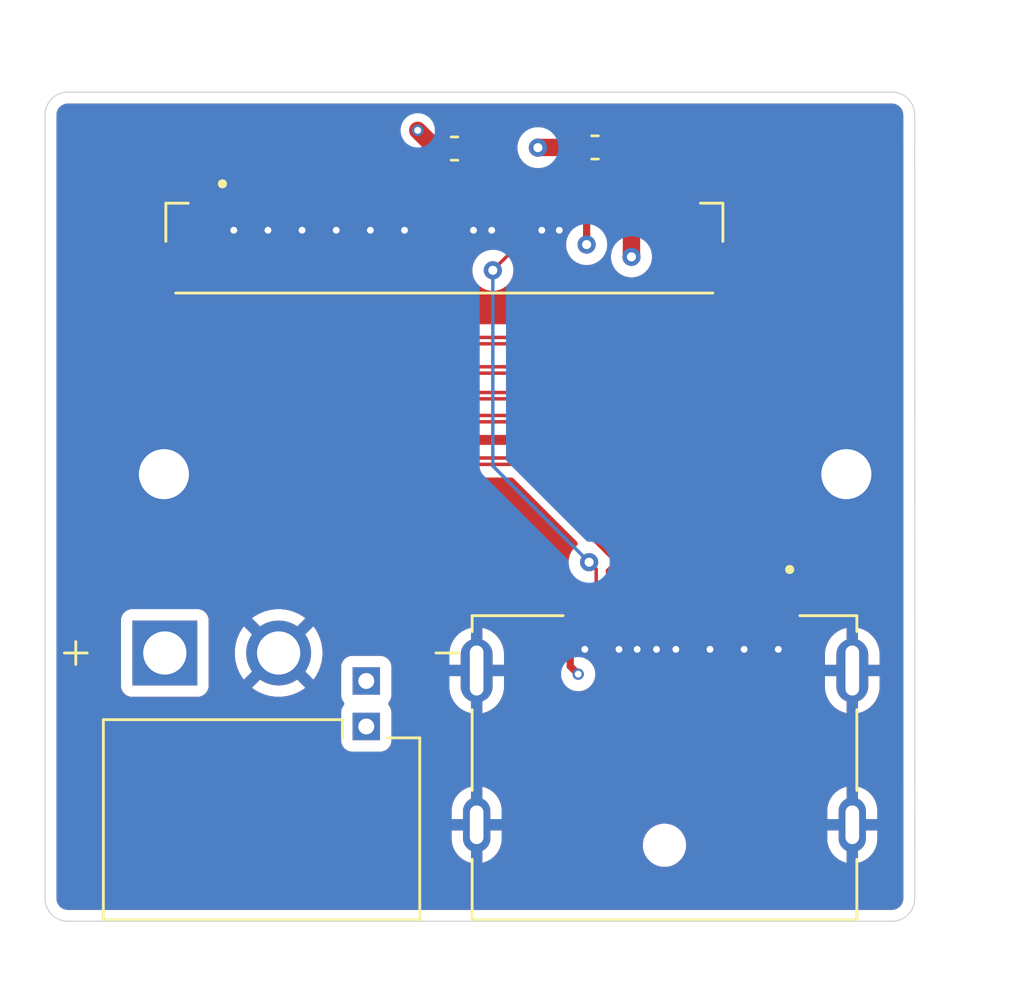
<source format=kicad_pcb>
(kicad_pcb (version 20241229) (generator "pcbnew") (generator_version "9.0")
  (layers (0 "F.Cu" signal) (4 "In1.Cu" power) (6 "In2.Cu" power) (2 "B.Cu" signal) (13 "F.Paste" user) (15 "B.Paste" user) (5 "F.SilkS" user "F.Silkscreen") (7 "B.SilkS" user "B.Silkscreen") (1 "F.Mask" user) (3 "B.Mask" user) (25 "Edge.Cuts" user))
  (net 0 "")
  (net 1 "+3.3V")
  (net 2 "GND")
  (net 3 "1_EDP_TX_P")
  (net 4 "1_EDP_TX_N")
  (net 5 "0_EDP_TX_P")
  (net 6 "0_EDP_TX_N")
  (net 7 "AUX_P")
  (net 8 "2_EDP_TX_N")
  (net 9 "2_EDP_TX_P")
  (net 10 "3_EDP_TX_N")
  (net 11 "3_EDP_TX_P")
  (net 12 "AUX_N")
  (net 13 "+5V")
  (net 14 "BLK_OFF_N")
  (net 15 "BLK_PWM_LCD")
  (net 16 "EDP_HPD")
  (footprint "SnapEDA:IPEX_20455-040E-76" (layer "F.Cu") (at 169.55 96.93)
    (property "Reference" "J3" (hide yes))
    (property "Value" "20455-040E-76")
    (fp_line (start -12.235 -2.05) (end -12.235 -0.37) (stroke (width 0.127)) (layer "F.SilkS"))
    (fp_line (start -12.235 -2.05) (end -11.25 -2.05) (stroke (width 0.127)) (layer "F.SilkS"))
    (fp_line (start -11.8 1.9) (end 11.8 1.9) (stroke (width 0.127)) (layer "F.SilkS"))
    (fp_line (start 11.25 -2.05) (end 12.235 -2.05) (stroke (width 0.127)) (layer "F.SilkS"))
    (fp_line (start 12.235 -2.05) (end 12.235 -0.37) (stroke (width 0.127)) (layer "F.SilkS"))
    (fp_circle (center -9.75 -2.9) (end -9.65 -2.9) (stroke (width 0.2)) (fill no) (layer "F.SilkS"))
    (pad "1" smd rect (at -9.75 -1.92) (size 0.25 0.9) (layers "F.Cu" "F.Mask" "F.Paste"))
    (pad "2" smd rect (at -9.25 -1.92) (size 0.25 0.9) (layers "F.Cu" "F.Mask" "F.Paste") (net 2 "GND"))
    (pad "3" smd rect (at -8.75 -1.92) (size 0.25 0.9) (layers "F.Cu" "F.Mask" "F.Paste") (net 10 "3_EDP_TX_N"))
    (pad "4" smd rect (at -8.25 -1.92) (size 0.25 0.9) (layers "F.Cu" "F.Mask" "F.Paste") (net 11 "3_EDP_TX_P"))
    (pad "5" smd rect (at -7.75 -1.92) (size 0.25 0.9) (layers "F.Cu" "F.Mask" "F.Paste") (net 2 "GND"))
    (pad "6" smd rect (at -7.25 -1.92) (size 0.25 0.9) (layers "F.Cu" "F.Mask" "F.Paste") (net 8 "2_EDP_TX_N"))
    (pad "7" smd rect (at -6.75 -1.92) (size 0.25 0.9) (layers "F.Cu" "F.Mask" "F.Paste") (net 9 "2_EDP_TX_P"))
    (pad "8" smd rect (at -6.25 -1.92) (size 0.25 0.9) (layers "F.Cu" "F.Mask" "F.Paste") (net 2 "GND"))
    (pad "9" smd rect (at -5.75 -1.92) (size 0.25 0.9) (layers "F.Cu" "F.Mask" "F.Paste") (net 4 "1_EDP_TX_N"))
    (pad "10" smd rect (at -5.25 -1.92) (size 0.25 0.9) (layers "F.Cu" "F.Mask" "F.Paste") (net 3 "1_EDP_TX_P"))
    (pad "11" smd rect (at -4.75 -1.92) (size 0.25 0.9) (layers "F.Cu" "F.Mask" "F.Paste") (net 2 "GND"))
    (pad "12" smd rect (at -4.25 -1.92) (size 0.25 0.9) (layers "F.Cu" "F.Mask" "F.Paste") (net 6 "0_EDP_TX_N"))
    (pad "13" smd rect (at -3.75 -1.92) (size 0.25 0.9) (layers "F.Cu" "F.Mask" "F.Paste") (net 5 "0_EDP_TX_P"))
    (pad "14" smd rect (at -3.25 -1.92) (size 0.25 0.9) (layers "F.Cu" "F.Mask" "F.Paste") (net 2 "GND"))
    (pad "15" smd rect (at -2.75 -1.92) (size 0.25 0.9) (layers "F.Cu" "F.Mask" "F.Paste") (net 7 "AUX_P"))
    (pad "16" smd rect (at -2.25 -1.92) (size 0.25 0.9) (layers "F.Cu" "F.Mask" "F.Paste") (net 12 "AUX_N"))
    (pad "17" smd rect (at -1.75 -1.92) (size 0.25 0.9) (layers "F.Cu" "F.Mask" "F.Paste") (net 2 "GND"))
    (pad "18" smd rect (at -1.25 -1.92) (size 0.25 0.9) (layers "F.Cu" "F.Mask" "F.Paste") (net 1 "+3.3V"))
    (pad "19" smd rect (at -0.75 -1.92) (size 0.25 0.9) (layers "F.Cu" "F.Mask" "F.Paste") (net 1 "+3.3V"))
    (pad "20" smd rect (at -0.25 -1.92) (size 0.25 0.9) (layers "F.Cu" "F.Mask" "F.Paste") (net 1 "+3.3V"))
    (pad "21" smd rect (at 0.25 -1.92) (size 0.25 0.9) (layers "F.Cu" "F.Mask" "F.Paste") (net 1 "+3.3V"))
    (pad "22" smd rect (at 0.75 -1.92) (size 0.25 0.9) (layers "F.Cu" "F.Mask" "F.Paste"))
    (pad "23" smd rect (at 1.25 -1.92) (size 0.25 0.9) (layers "F.Cu" "F.Mask" "F.Paste") (net 2 "GND"))
    (pad "24" smd rect (at 1.75 -1.92) (size 0.25 0.9) (layers "F.Cu" "F.Mask" "F.Paste") (net 2 "GND"))
    (pad "25" smd rect (at 2.25 -1.92) (size 0.25 0.9) (layers "F.Cu" "F.Mask" "F.Paste") (net 2 "GND"))
    (pad "26" smd rect (at 2.75 -1.92) (size 0.25 0.9) (layers "F.Cu" "F.Mask" "F.Paste") (net 2 "GND"))
    (pad "27" smd rect (at 3.25 -1.92) (size 0.25 0.9) (layers "F.Cu" "F.Mask" "F.Paste") (net 16 "EDP_HPD"))
    (pad "28" smd rect (at 3.75 -1.92) (size 0.25 0.9) (layers "F.Cu" "F.Mask" "F.Paste") (net 2 "GND"))
    (pad "29" smd rect (at 4.25 -1.92) (size 0.25 0.9) (layers "F.Cu" "F.Mask" "F.Paste") (net 2 "GND"))
    (pad "30" smd rect (at 4.75 -1.92) (size 0.25 0.9) (layers "F.Cu" "F.Mask" "F.Paste") (net 2 "GND"))
    (pad "31" smd rect (at 5.25 -1.92) (size 0.25 0.9) (layers "F.Cu" "F.Mask" "F.Paste") (net 2 "GND"))
    (pad "32" smd rect (at 5.75 -1.92) (size 0.25 0.9) (layers "F.Cu" "F.Mask" "F.Paste") (net 14 "BLK_OFF_N"))
    (pad "33" smd rect (at 6.25 -1.92) (size 0.25 0.9) (layers "F.Cu" "F.Mask" "F.Paste") (net 15 "BLK_PWM_LCD"))
    (pad "34" smd rect (at 6.75 -1.92) (size 0.25 0.9) (layers "F.Cu" "F.Mask" "F.Paste"))
    (pad "35" smd rect (at 7.25 -1.92) (size 0.25 0.9) (layers "F.Cu" "F.Mask" "F.Paste"))
    (pad "36" smd rect (at 7.75 -1.92) (size 0.25 0.9) (layers "F.Cu" "F.Mask" "F.Paste") (net 13 "+5V"))
    (pad "37" smd rect (at 8.25 -1.92) (size 0.25 0.9) (layers "F.Cu" "F.Mask" "F.Paste") (net 13 "+5V"))
    (pad "38" smd rect (at 8.75 -1.92) (size 0.25 0.9) (layers "F.Cu" "F.Mask" "F.Paste") (net 13 "+5V"))
    (pad "39" smd rect (at 9.25 -1.92) (size 0.25 0.9) (layers "F.Cu" "F.Mask" "F.Paste") (net 13 "+5V"))
    (pad "40" smd rect (at 9.75 -1.92) (size 0.25 0.9) (layers "F.Cu" "F.Mask" "F.Paste"))
    (pad "S1" smd rect (at -10.65 -1.92) (size 0.55 0.9) (layers "F.Cu" "F.Mask" "F.Paste") (net 2 "GND"))
    (pad "S2" smd rect (at -12.85 0.9) (size 1.4 1.9) (layers "F.Cu" "F.Mask" "F.Paste") (net 2 "GND"))
    (pad "S3" smd rect (at 10.65 -1.92) (size 0.55 0.9) (layers "F.Cu" "F.Mask" "F.Paste") (net 2 "GND"))
    (pad "S4" smd rect (at 12.85 0.9) (size 1.4 1.9) (layers "F.Cu" "F.Mask" "F.Paste") (net 2 "GND"))
  )
  (footprint "SnapEDA:MOLEX_47272-0001" (layer "F.Cu") (at 179.22 126.38)
    (property "Reference" "J1" (hide yes))
    (property "Value" "47272-0001")
    (fp_line (start -8.45 -13.37) (end -8.45 -12.67) (stroke (width 0.127)) (layer "F.SilkS"))
    (fp_line (start -8.45 -9.24) (end -8.45 -5.69) (stroke (width 0.127)) (layer "F.SilkS"))
    (fp_line (start -8.45 -2.66) (end -8.45 0) (stroke (width 0.127)) (layer "F.SilkS"))
    (fp_line (start -8.45 0) (end 8.45 0) (stroke (width 0.127)) (layer "F.SilkS"))
    (fp_line (start -4.45 -13.37) (end -8.45 -13.37) (stroke (width 0.127)) (layer "F.SilkS"))
    (fp_line (start 8.45 -13.37) (end 5.95 -13.37) (stroke (width 0.127)) (layer "F.SilkS"))
    (fp_line (start 8.45 -13.37) (end 8.45 -12.67) (stroke (width 0.127)) (layer "F.SilkS"))
    (fp_line (start 8.45 -9.24) (end 8.45 -5.69) (stroke (width 0.127)) (layer "F.SilkS"))
    (fp_line (start 8.45 -2.66) (end 8.45 0) (stroke (width 0.127)) (layer "F.SilkS"))
    (fp_circle (center 5.5 -15.4) (end 5.6 -15.4) (stroke (width 0.2)) (fill no) (layer "F.SilkS"))
    (pad "" np_thru_hole circle (at 0 -3.28) (size 1.4 1.4) (drill 1.4) (layers "*.Cu" "*.Mask"))
    (pad "1" smd rect (at 5.5 -13.56) (size 0.28 2.4) (layers "F.Cu" "F.Mask" "F.Paste") (net 5 "0_EDP_TX_P"))
    (pad "2" smd rect (at 5 -13.56) (size 0.28 2.4) (layers "F.Cu" "F.Mask" "F.Paste") (net 2 "GND"))
    (pad "3" smd rect (at 4.5 -13.56) (size 0.28 2.4) (layers "F.Cu" "F.Mask" "F.Paste") (net 6 "0_EDP_TX_N"))
    (pad "4" smd rect (at 4 -13.56) (size 0.28 2.4) (layers "F.Cu" "F.Mask" "F.Paste") (net 3 "1_EDP_TX_P"))
    (pad "5" smd rect (at 3.5 -13.56) (size 0.28 2.4) (layers "F.Cu" "F.Mask" "F.Paste") (net 2 "GND"))
    (pad "6" smd rect (at 3 -13.56) (size 0.28 2.4) (layers "F.Cu" "F.Mask" "F.Paste") (net 4 "1_EDP_TX_N"))
    (pad "7" smd rect (at 2.5 -13.56) (size 0.28 2.4) (layers "F.Cu" "F.Mask" "F.Paste") (net 9 "2_EDP_TX_P"))
    (pad "8" smd rect (at 2 -13.56) (size 0.28 2.4) (layers "F.Cu" "F.Mask" "F.Paste") (net 2 "GND"))
    (pad "9" smd rect (at 1.5 -13.56) (size 0.28 2.4) (layers "F.Cu" "F.Mask" "F.Paste") (net 8 "2_EDP_TX_N"))
    (pad "10" smd rect (at 1 -13.56) (size 0.28 2.4) (layers "F.Cu" "F.Mask" "F.Paste") (net 11 "3_EDP_TX_P"))
    (pad "11" smd rect (at 0.5 -13.56) (size 0.28 2.4) (layers "F.Cu" "F.Mask" "F.Paste") (net 2 "GND"))
    (pad "12" smd rect (at 0 -13.56) (size 0.28 2.4) (layers "F.Cu" "F.Mask" "F.Paste") (net 10 "3_EDP_TX_N"))
    (pad "13" smd rect (at -0.5 -13.56) (size 0.28 2.4) (layers "F.Cu" "F.Mask" "F.Paste") (net 2 "GND"))
    (pad "14" smd rect (at -1 -13.56) (size 0.28 2.4) (layers "F.Cu" "F.Mask" "F.Paste") (net 2 "GND"))
    (pad "15" smd rect (at -1.5 -13.56) (size 0.28 2.4) (layers "F.Cu" "F.Mask" "F.Paste") (net 7 "AUX_P"))
    (pad "16" smd rect (at -2 -13.56) (size 0.28 2.4) (layers "F.Cu" "F.Mask" "F.Paste") (net 2 "GND"))
    (pad "17" smd rect (at -2.5 -13.56) (size 0.28 2.4) (layers "F.Cu" "F.Mask" "F.Paste") (net 12 "AUX_N"))
    (pad "18" smd rect (at -3 -13.56) (size 0.28 2.4) (layers "F.Cu" "F.Mask" "F.Paste") (net 16 "EDP_HPD"))
    (pad "19" smd rect (at -3.5 -13.56) (size 0.28 2.4) (layers "F.Cu" "F.Mask" "F.Paste") (net 2 "GND"))
    (pad "20" smd rect (at -4 -13.56) (size 0.28 2.4) (layers "F.Cu" "F.Mask" "F.Paste") (net 1 "+3.3V"))
    (pad "S1" thru_hole oval (at -8.25 -10.96) (size 1.4 2.8) (drill oval 0.6 2.2) (layers "*.Cu" "*.Mask") (net 2 "GND"))
    (pad "S2" thru_hole oval (at 8.25 -10.96) (size 1.4 2.8) (drill oval 0.6 2.2) (layers "*.Cu" "*.Mask") (net 2 "GND"))
    (pad "S3" thru_hole oval (at -8.25 -4.18) (size 1.2 2.4) (drill oval 0.6 1.7) (layers "*.Cu" "*.Mask") (net 2 "GND"))
    (pad "S4" thru_hole oval (at 8.25 -4.18) (size 1.2 2.4) (drill oval 0.6 1.7) (layers "*.Cu" "*.Mask") (net 2 "GND"))
  )
  (footprint "Capacitor_SMD:C_0603_1608Metric_Pad1.08x0.95mm_HandSolder" (layer "F.Cu") (at 169.9975 92.48)
    (property "Reference" "C1" (hide yes))
    (property "Value" "1uF")
    (fp_line (start -0.146267 -0.51) (end 0.146267 -0.51) (stroke (width 0.12)) (layer "F.SilkS"))
    (fp_line (start -0.146267 0.51) (end 0.146267 0.51) (stroke (width 0.12)) (layer "F.SilkS"))
    (pad "1" smd roundrect (at -0.8625 0) (size 1.075 0.95) (layers "F.Cu" "F.Mask" "F.Paste") (net 1 "+3.3V"))
    (pad "2" smd roundrect (at 0.8625 0) (size 1.075 0.95) (layers "F.Cu" "F.Mask" "F.Paste") (net 2 "GND"))
  )
  (footprint "Capacitor_SMD:C_0603_1608Metric_Pad1.08x0.95mm_HandSolder" (layer "F.Cu") (at 176.17 92.43 180)
    (property "Reference" "C2" (hide yes))
    (property "Value" "1uF")
    (fp_line (start -0.146267 0.51) (end 0.146267 0.51) (stroke (width 0.12)) (layer "F.SilkS"))
    (fp_line (start -0.146267 -0.51) (end 0.146267 -0.51) (stroke (width 0.12)) (layer "F.SilkS"))
    (pad "1" smd roundrect (at -0.8625 0 180) (size 1.075 0.95) (layers "F.Cu" "F.Mask" "F.Paste") (net 2 "GND"))
    (pad "2" smd roundrect (at 0.8625 0 180) (size 1.075 0.95) (layers "F.Cu" "F.Mask" "F.Paste") (net 14 "BLK_OFF_N"))
  )
  (footprint "SnapEDA:AMASS_XT30PW_2_2_-M.G.B" (layer "F.Cu") (at 161.52 121.98)
    (property "Reference" "J2" (hide yes))
    (property "Value" "XT30PW_2_2_-M.G.B")
    (fp_line (start -8.66 -7.33) (end -7.66 -7.33) (stroke (width 0.127)) (layer "F.SilkS"))
    (fp_line (start -8.16 -7.83) (end -8.16 -6.83) (stroke (width 0.127)) (layer "F.SilkS"))
    (fp_line (start -6.95 -4.4) (end 3.55 -4.4) (stroke (width 0.127)) (layer "F.SilkS"))
    (fp_line (start -6.95 4.4) (end -6.95 -4.4) (stroke (width 0.127)) (layer "F.SilkS"))
    (fp_line (start 3.55 -3.6) (end 3.55 -4.4) (stroke (width 0.127)) (layer "F.SilkS"))
    (fp_line (start 6.95 -3.6) (end 5.524 -3.6) (stroke (width 0.127)) (layer "F.SilkS"))
    (fp_line (start 6.95 -3.6) (end 6.95 4.4) (stroke (width 0.127)) (layer "F.SilkS"))
    (fp_line (start 6.95 4.4) (end -6.95 4.4) (stroke (width 0.127)) (layer "F.SilkS"))
    (fp_line (start 7.66 -7.33) (end 8.66 -7.33) (stroke (width 0.127)) (layer "F.SilkS"))
    (pad "N" thru_hole circle (at 0.75 -7.33) (size 2.85 2.85) (drill 1.9) (layers "*.Cu" "*.Mask") (net 2 "GND"))
    (pad "P" thru_hole rect (at -4.25 -7.33) (size 2.85 2.85) (drill 1.9) (layers "*.Cu" "*.Mask") (net 13 "+5V"))
    (pad "S1" thru_hole rect (at 4.6 -4.1) (size 1.208 1.208) (drill oval 0.7) (layers "*.Cu" "*.Mask") (net 14 "BLK_OFF_N"))
    (pad "S2" thru_hole rect (at 4.6 -6.1) (size 1.208 1.208) (drill oval 0.7) (layers "*.Cu" "*.Mask") (net 15 "BLK_PWM_LCD"))
  )
  (footprint "MountingHole:MountingHole_2.2mm_M2_DIN965_Pad_TopBottom" (layer "F.Cu") (at 157.23 106.79)
    (property "Reference" "H1" (hide yes))
    (property "Value" "MountingHole_Pad")
    (pad "1" thru_hole circle (at 0 0) (size 2.6 2.6) (drill 2.2) (layers "*.Cu" "*.Mask") (net 2 "GND"))
    (pad "1" connect circle (at 0 0) (size 3.8 3.8) (layers "F.Cu" "F.Mask") (net 2 "GND"))
    (pad "1" connect circle (at 0 0) (size 3.8 3.8) (layers "B.Cu" "B.Mask") (net 2 "GND"))
  )
  (footprint "MountingHole:MountingHole_2.2mm_M2_DIN965_Pad_TopBottom" (layer "F.Cu") (at 187.21 106.79)
    (property "Reference" "H2" (hide yes))
    (property "Value" "MountingHole_Pad")
    (pad "1" thru_hole circle (at 0 0) (size 2.6 2.6) (drill 2.2) (layers "*.Cu" "*.Mask") (net 2 "GND"))
    (pad "1" connect circle (at 0 0) (size 3.8 3.8) (layers "F.Cu" "F.Mask") (net 2 "GND"))
    (pad "1" connect circle (at 0 0) (size 3.8 3.8) (layers "B.Cu" "B.Mask") (net 2 "GND"))
  )
  (gr_line (start 189.212483 126.440549) (end 153.01 126.440549) (stroke (width 0.05)) (layer "Edge.Cuts"))
  (gr_arc (start 190.212483 125.440479) (mid 189.919596 126.147593) (end 189.212483 126.440549) (stroke (width 0.05)) (layer "Edge.Cuts"))
  (gr_arc (start 153.01 126.440549) (mid 152.302893 126.147656) (end 152.01 125.440549) (stroke (width 0.05)) (layer "Edge.Cuts"))
  (gr_arc (start 152.01 91) (mid 152.302893 90.292893) (end 153.01 90) (stroke (width 0.05)) (layer "Edge.Cuts"))
  (gr_line (start 190.212483 125.440479) (end 190.21007 90.99993) (stroke (width 0.05)) (layer "Edge.Cuts"))
  (gr_line (start 152.01 91) (end 152.01 125.440549) (stroke (width 0.05)) (layer "Edge.Cuts"))
  (gr_arc (start 189.21007 90) (mid 189.917152 90.292868) (end 190.21007 90.99993) (stroke (width 0.05)) (layer "Edge.Cuts"))
  (gr_line (start 189.21007 90) (end 153.01 90) (stroke (width 0.05)) (layer "Edge.Cuts"))
  (segment (start 168.3 95.01) (end 169.8 95.01) (width 0.381) (layer "F.Cu") (net 1))
  (segment (start 175.08025 115.23025) (end 175.43 115.58) (width 0.3175) (layer "F.Cu") (net 1))
  (segment (start 169.135 94.845) (end 169.3 95.01) (width 0.762) (layer "F.Cu") (net 1))
  (segment (start 169.135 92.435) (end 168.38 91.68) (width 0.762) (layer "F.Cu") (net 1))
  (segment (start 169.135 92.48) (end 169.135 92.435) (width 0.762) (layer "F.Cu") (net 1))
  (segment (start 175.08025 112.95975) (end 175.08025 115.23025) (width 0.3175) (layer "F.Cu") (net 1))
  (segment (start 169.135 92.48) (end 169.135 94.845) (width 0.762) (layer "F.Cu") (net 1))
  (segment (start 175.22 112.82) (end 175.08025 112.95975) (width 0.3175) (layer "F.Cu") (net 1))
  (via (at 168.38 91.68) (size 0.5) (drill 0.3) (layers "F.Cu" "B.Cu") (net 1))
  (via (at 175.43 115.58) (size 0.5) (drill 0.3) (layers "F.Cu" "B.Cu") (net 1))
  (segment (start 172.3 95.01) (end 172.3 95.4) (width 0.3175) (layer "F.Cu") (net 2))
  (segment (start 181.22 112.82) (end 181.22 114.49) (width 0.3175) (layer "F.Cu") (net 2))
  (segment (start 178.72 112.82) (end 178.72 114.34) (width 0.3175) (layer "F.Cu") (net 2))
  (segment (start 166.3 95.01) (end 166.3 96.07) (width 0.3175) (layer "F.Cu") (net 2))
  (segment (start 160.3 95.01) (end 160.3 96.07) (width 0.3175) (layer "F.Cu") (net 2))
  (segment (start 164.8 95.01) (end 164.8 96.07) (width 0.3175) (layer "F.Cu") (net 2))
  (segment (start 184.22 112.82) (end 184.22 114.49) (width 0.3175) (layer "F.Cu") (net 2))
  (segment (start 178.72 114.34) (end 178.87 114.49) (width 0.3175) (layer "F.Cu") (net 2))
  (segment (start 175.72 112.82) (end 175.72 114.49) (width 0.3175) (layer "F.Cu") (net 2))
  (segment (start 179.72 114.485) (end 179.73 114.495) (width 0.3175) (layer "F.Cu") (net 2))
  (segment (start 172.3 95.4) (end 171.63 96.07) (width 0.3175) (layer "F.Cu") (net 2))
  (segment (start 167.8 95.01) (end 167.8 96.07) (width 0.3175) (layer "F.Cu") (net 2))
  (segment (start 163.3 95.01) (end 163.3 96.07) (width 0.3175) (layer "F.Cu") (net 2))
  (segment (start 178.22 112.82) (end 178.22 114.29) (width 0.3175) (layer "F.Cu") (net 2))
  (segment (start 179.72 112.82) (end 179.72 114.49) (width 0.3175) (layer "F.Cu") (net 2))
  (segment (start 174.8 95.87) (end 174.6 96.07) (width 0.3175) (layer "F.Cu") (net 2))
  (segment (start 173.3 95.54) (end 173.83 96.07) (width 0.3175) (layer "F.Cu") (net 2))
  (segment (start 178.22 114.29) (end 178.02 114.49) (width 0.3175) (layer "F.Cu") (net 2))
  (segment (start 170.8 96.04) (end 170.83 96.07) (width 0.3175) (layer "F.Cu") (net 2))
  (segment (start 175.72 114.485) (end 175.71 114.495) (width 0.3175) (layer "F.Cu") (net 2))
  (segment (start 174.8 95.01) (end 174.8 95.87) (width 0.3175) (layer "F.Cu") (net 2))
  (segment (start 177.22 112.82) (end 177.22 114.49) (width 0.3175) (layer "F.Cu") (net 2))
  (segment (start 182.72 112.82) (end 182.72 114.49) (width 0.3175) (layer "F.Cu") (net 2))
  (segment (start 170.8 95.01) (end 170.8 96.04) (width 0.3175) (layer "F.Cu") (net 2))
  (segment (start 161.8 95.01) (end 161.8 96.07) (width 0.3175) (layer "F.Cu") (net 2))
  (segment (start 173.3 95.01) (end 173.3 95.54) (width 0.3175) (layer "F.Cu") (net 2))
  (via (at 177.22 114.49) (size 0.5) (drill 0.3) (layers "F.Cu" "B.Cu") (net 2))
  (via (at 181.22 114.49) (size 0.5) (drill 0.3) (layers "F.Cu" "B.Cu") (net 2))
  (via (at 178.02 114.49) (size 0.5) (drill 0.3) (layers "F.Cu" "B.Cu") (net 2))
  (via (at 161.8 96.07) (size 0.5) (drill 0.3) (layers "F.Cu" "B.Cu") (net 2))
  (via (at 184.22 114.49) (size 0.5) (drill 0.3) (layers "F.Cu" "B.Cu") (net 2))
  (via (at 179.72 114.49) (size 0.5) (drill 0.3) (layers "F.Cu" "B.Cu") (net 2))
  (via (at 171.63 96.07) (size 0.5) (drill 0.3) (layers "F.Cu" "B.Cu") (net 2))
  (via (at 174.6 96.07) (size 0.5) (drill 0.3) (layers "F.Cu" "B.Cu") (net 2))
  (via (at 166.3 96.07) (size 0.5) (drill 0.3) (layers "F.Cu" "B.Cu") (net 2))
  (via (at 164.8 96.07) (size 0.5) (drill 0.3) (layers "F.Cu" "B.Cu") (net 2))
  (via (at 178.87 114.49) (size 0.5) (drill 0.3) (layers "F.Cu" "B.Cu") (net 2))
  (via (at 175.72 114.49) (size 0.5) (drill 0.3) (layers "F.Cu" "B.Cu") (net 2))
  (via (at 167.8 96.07) (size 0.5) (drill 0.3) (layers "F.Cu" "B.Cu") (net 2))
  (via (at 173.83 96.07) (size 0.5) (drill 0.3) (layers "F.Cu" "B.Cu") (net 2))
  (via (at 160.3 96.07) (size 0.5) (drill 0.3) (layers "F.Cu" "B.Cu") (net 2))
  (via (at 170.83 96.07) (size 0.5) (drill 0.3) (layers "F.Cu" "B.Cu") (net 2))
  (via (at 182.72 114.49) (size 0.5) (drill 0.3) (layers "F.Cu" "B.Cu") (net 2))
  (via (at 163.3 96.07) (size 0.5) (drill 0.3) (layers "F.Cu" "B.Cu") (net 2))
  (segment (start 183.22 112.82) (end 183.22 111.019999) (width 0.1524) (layer "F.Cu") (net 3))
  (segment (start 182.8597 109.452134) (end 175.477866 102.0703) (width 0.1524) (layer "F.Cu") (net 3))
  (segment (start 166.117866 102.0703) (end 164.1897 100.142134) (width 0.1524) (layer "F.Cu") (net 3))
  (segment (start 175.477866 102.0703) (end 166.117866 102.0703) (width 0.1524) (layer "F.Cu") (net 3))
  (segment (start 164.3 95.685001) (end 164.3 95.01) (width 0.1524) (layer "F.Cu") (net 3))
  (segment (start 164.1897 100.142134) (end 164.1897 95.795301) (width 0.1524) (layer "F.Cu") (net 3))
  (segment (start 182.8597 110.659699) (end 182.8597 109.452134) (width 0.1524) (layer "F.Cu") (net 3))
  (segment (start 164.1897 95.795301) (end 164.3 95.685001) (width 0.1524) (layer "F.Cu") (net 3))
  (segment (start 183.22 111.019999) (end 182.8597 110.659699) (width 0.1524) (layer "F.Cu") (net 3))
  (segment (start 163.8 95.685001) (end 163.8 95.01) (width 0.1524) (layer "F.Cu") (net 4))
  (segment (start 163.9103 95.795301) (end 163.8 95.685001) (width 0.1524) (layer "F.Cu") (net 4))
  (segment (start 182.5803 109.567866) (end 175.362134 102.3497) (width 0.1524) (layer "F.Cu") (net 4))
  (segment (start 163.9103 100.257866) (end 163.9103 95.795301) (width 0.1524) (layer "F.Cu") (net 4))
  (segment (start 182.22 112.82) (end 182.22 111.019999) (width 0.1524) (layer "F.Cu") (net 4))
  (segment (start 166.002134 102.3497) (end 163.9103 100.257866) (width 0.1524) (layer "F.Cu") (net 4))
  (segment (start 182.22 111.019999) (end 182.5803 110.659699) (width 0.1524) (layer "F.Cu") (net 4))
  (segment (start 182.5803 110.659699) (end 182.5803 109.567866) (width 0.1524) (layer "F.Cu") (net 4))
  (segment (start 175.362134 102.3497) (end 166.002134 102.3497) (width 0.1524) (layer "F.Cu") (net 4))
  (segment (start 184.72 111.019999) (end 184.3597 110.659699) (width 0.1524) (layer "F.Cu") (net 5))
  (segment (start 176.097866 100.7803) (end 166.697866 100.7803) (width 0.1524) (layer "F.Cu") (net 5))
  (segment (start 165.8 95.685001) (end 165.8 95.01) (width 0.1524) (layer "F.Cu") (net 5))
  (segment (start 166.697866 100.7803) (end 165.6897 99.772134) (width 0.1524) (layer "F.Cu") (net 5))
  (segment (start 184.3597 110.659699) (end 184.3597 109.042134) (width 0.1524) (layer "F.Cu") (net 5))
  (segment (start 165.6897 99.772134) (end 165.6897 95.795301) (width 0.1524) (layer "F.Cu") (net 5))
  (segment (start 184.72 112.82) (end 184.72 111.019999) (width 0.1524) (layer "F.Cu") (net 5))
  (segment (start 165.6897 95.795301) (end 165.8 95.685001) (width 0.1524) (layer "F.Cu") (net 5))
  (segment (start 184.3597 109.042134) (end 176.097866 100.7803) (width 0.1524) (layer "F.Cu") (net 5))
  (segment (start 165.4103 95.795301) (end 165.3 95.685001) (width 0.1524) (layer "F.Cu") (net 6))
  (segment (start 175.982134 101.0597) (end 166.582134 101.0597) (width 0.1524) (layer "F.Cu") (net 6))
  (segment (start 184.0803 110.659699) (end 184.0803 109.157866) (width 0.1524) (layer "F.Cu") (net 6))
  (segment (start 165.3 95.685001) (end 165.3 95.01) (width 0.1524) (layer "F.Cu") (net 6))
  (segment (start 183.72 111.019999) (end 184.0803 110.659699) (width 0.1524) (layer "F.Cu") (net 6))
  (segment (start 184.0803 109.157866) (end 175.982134 101.0597) (width 0.1524) (layer "F.Cu") (net 6))
  (segment (start 183.72 112.82) (end 183.72 111.019999) (width 0.1524) (layer "F.Cu") (net 6))
  (segment (start 165.4103 99.887866) (end 165.4103 95.795301) (width 0.1524) (layer "F.Cu") (net 6))
  (segment (start 166.582134 101.0597) (end 165.4103 99.887866) (width 0.1524) (layer "F.Cu") (net 6))
  (segment (start 166.9103 94.224699) (end 166.8 94.334999) (width 0.1524) (layer "F.Cu") (net 7))
  (segment (start 172.907866 106.0803) (end 164.087866 106.0803) (width 0.1524) (layer "F.Cu") (net 7))
  (segment (start 177.72 111.019999) (end 177.3597 110.659699) (width 0.1524) (layer "F.Cu") (net 7))
  (segment (start 176.967397 110.139831) (end 176.47954 109.651974) (width 0.1524) (layer "F.Cu") (net 7))
  (segment (start 177.72 112.82) (end 177.72 111.361611) (width 0.1524) (layer "F.Cu") (net 7))
  (segment (start 156.557866 93.7597) (end 166.542134 93.7597) (width 0.1524) (layer "F.Cu") (net 7))
  (segment (start 158.447866 100.4403) (end 156.357866 100.4403) (width 0.1524) (layer "F.Cu") (net 7))
  (segment (start 156.357866 100.4403) (end 155.0097 99.092134) (width 0.1524) (layer "F.Cu") (net 7))
  (segment (start 177.5975 109.98049) (end 177.558269 109.941259) (width 0.1524) (layer "F.Cu") (net 7))
  (segment (start 177.006626 110.179059) (end 176.967397 110.139831) (width 0.1524) (layer "F.Cu") (net 7))
  (segment (start 166.9103 94.127866) (end 166.9103 94.224699) (width 0.1524) (layer "F.Cu") (net 7))
  (segment (start 177.72 111.361611) (end 177.72 111.019999) (width 0.1524) (layer "F.Cu") (net 7))
  (segment (start 164.087866 106.0803) (end 158.447866 100.4403) (width 0.1524) (layer "F.Cu") (net 7))
  (segment (start 177.3597 110.659699) (end 177.3597 110.532134) (width 0.1524) (layer "F.Cu") (net 7))
  (segment (start 155.0097 99.092134) (end 155.0097 95.307866) (width 0.1524) (layer "F.Cu") (net 7))
  (segment (start 166.8 94.334999) (end 166.8 95.01) (width 0.1524) (layer "F.Cu") (net 7))
  (segment (start 176.47954 109.651974) (end 172.907866 106.0803) (width 0.1524) (layer "F.Cu") (net 7))
  (segment (start 177.3597 110.375212) (end 177.5975 110.137411) (width 0.1524) (layer "F.Cu") (net 7))
  (segment (start 177.401348 109.941259) (end 177.163547 110.179059) (width 0.1524) (layer "F.Cu") (net 7))
  (segment (start 166.542134 93.7597) (end 166.9103 94.127866) (width 0.1524) (layer "F.Cu") (net 7))
  (segment (start 155.0097 95.307866) (end 156.557866 93.7597) (width 0.1524) (layer "F.Cu") (net 7))
  (arc (start 177.163547 110.179059) (mid 177.085086 110.211559) (end 177.006626 110.179059) (width 0.1524) (layer "F.Cu") (net 7))
  (arc (start 177.3597 110.532134) (mid 177.3272 110.453673) (end 177.3597 110.375212) (width 0.1524) (layer "F.Cu") (net 7))
  (arc (start 177.558269 109.941259) (mid 177.479809 109.908759) (end 177.401348 109.941259) (width 0.1524) (layer "F.Cu") (net 7))
  (arc (start 177.5975 110.137411) (mid 177.63 110.05895) (end 177.5975 109.98049) (width 0.1524) (layer "F.Cu") (net 7))
  (segment (start 162.3 95.01) (end 162.3 95.685001) (width 0.1524) (layer "F.Cu") (net 8))
  (segment (start 174.642134 103.4797) (end 181.0803 109.917866) (width 0.1524) (layer "F.Cu") (net 8))
  (segment (start 162.3 95.685001) (end 162.4103 95.795301) (width 0.1524) (layer "F.Cu") (net 8))
  (segment (start 162.4103 100.467866) (end 165.422134 103.4797) (width 0.1524) (layer "F.Cu") (net 8))
  (segment (start 181.0803 109.917866) (end 181.0803 110.659699) (width 0.1524) (layer "F.Cu") (net 8))
  (segment (start 181.0803 110.659699) (end 180.72 111.019999) (width 0.1524) (layer "F.Cu") (net 8))
  (segment (start 162.4103 95.795301) (end 162.4103 100.467866) (width 0.1524) (layer "F.Cu") (net 8))
  (segment (start 165.422134 103.4797) (end 174.642134 103.4797) (width 0.1524) (layer "F.Cu") (net 8))
  (segment (start 180.72 111.019999) (end 180.72 112.82) (width 0.1524) (layer "F.Cu") (net 8))
  (segment (start 181.3597 109.802134) (end 181.3597 110.659699) (width 0.1524) (layer "F.Cu") (net 9))
  (segment (start 174.757866 103.2003) (end 181.3597 109.802134) (width 0.1524) (layer "F.Cu") (net 9))
  (segment (start 181.72 111.019999) (end 181.72 112.82) (width 0.1524) (layer "F.Cu") (net 9))
  (segment (start 162.6897 100.352134) (end 165.537866 103.2003) (width 0.1524) (layer "F.Cu") (net 9))
  (segment (start 162.6897 95.795301) (end 162.6897 100.352134) (width 0.1524) (layer "F.Cu") (net 9))
  (segment (start 165.537866 103.2003) (end 174.757866 103.2003) (width 0.1524) (layer "F.Cu") (net 9))
  (segment (start 181.3597 110.659699) (end 181.72 111.019999) (width 0.1524) (layer "F.Cu") (net 9))
  (segment (start 162.8 95.01) (end 162.8 95.685001) (width 0.1524) (layer "F.Cu") (net 9))
  (segment (start 162.8 95.685001) (end 162.6897 95.795301) (width 0.1524) (layer "F.Cu") (net 9))
  (segment (start 164.702134 104.4897) (end 160.9103 100.697866) (width 0.1524) (layer "F.Cu") (net 10))
  (segment (start 179.22 111.019999) (end 179.5803 110.659699) (width 0.1524) (layer "F.Cu") (net 10))
  (segment (start 160.8 95.685001) (end 160.8 95.01) (width 0.1524) (layer "F.Cu") (net 10))
  (segment (start 173.922134 104.4897) (end 164.702134 104.4897) (width 0.1524) (layer "F.Cu") (net 10))
  (segment (start 160.9103 100.697866) (end 160.9103 95.795301) (width 0.1524) (layer "F.Cu") (net 10))
  (segment (start 179.5803 110.147866) (end 173.922134 104.4897) (width 0.1524) (layer "F.Cu") (net 10))
  (segment (start 179.5803 110.659699) (end 179.5803 110.147866) (width 0.1524) (layer "F.Cu") (net 10))
  (segment (start 160.9103 95.795301) (end 160.8 95.685001) (width 0.1524) (layer "F.Cu") (net 10))
  (segment (start 179.22 112.82) (end 179.22 111.019999) (width 0.1524) (layer "F.Cu") (net 10))
  (segment (start 164.817866 104.2103) (end 161.1897 100.582134) (width 0.1524) (layer "F.Cu") (net 11))
  (segment (start 161.1897 95.795301) (end 161.3 95.685001) (width 0.1524) (layer "F.Cu") (net 11))
  (segment (start 174.037866 104.2103) (end 164.817866 104.2103) (width 0.1524) (layer "F.Cu") (net 11))
  (segment (start 179.8597 110.032134) (end 174.037866 104.2103) (width 0.1524) (layer "F.Cu") (net 11))
  (segment (start 180.22 111.019999) (end 179.8597 110.659699) (width 0.1524) (layer "F.Cu") (net 11))
  (segment (start 179.8597 110.659699) (end 179.8597 110.032134) (width 0.1524) (layer "F.Cu") (net 11))
  (segment (start 161.1897 100.582134) (end 161.1897 95.795301) (width 0.1524) (layer "F.Cu") (net 11))
  (segment (start 161.3 95.685001) (end 161.3 95.01) (width 0.1524) (layer "F.Cu") (net 11))
  (segment (start 180.22 112.82) (end 180.22 111.019999) (width 0.1524) (layer "F.Cu") (net 11))
  (segment (start 167.1897 94.224699) (end 167.3 94.334999) (width 0.1524) (layer "F.Cu") (net 12))
  (segment (start 167.1897 94.012134) (end 167.1897 94.224699) (width 0.1524) (layer "F.Cu") (net 12))
  (segment (start 176.72 111.019999) (end 177.0803 110.659699) (width 0.1524) (layer "F.Cu") (net 12))
  (segment (start 167.3 94.334999) (end 167.3 95.01) (width 0.1524) (layer "F.Cu") (net 12))
  (segment (start 154.7303 95.192134) (end 156.442134 93.4803) (width 0.1524) (layer "F.Cu") (net 12))
  (segment (start 166.657866 93.4803) (end 167.1897 94.012134) (width 0.1524) (layer "F.Cu") (net 12))
  (segment (start 176.72 112.82) (end 176.72 111.019999) (width 0.1524) (layer "F.Cu") (net 12))
  (segment (start 177.0803 110.659699) (end 177.0803 110.647866) (width 0.1524) (layer "F.Cu") (net 12))
  (segment (start 156.242134 100.7197) (end 154.7303 99.207866) (width 0.1524) (layer "F.Cu") (net 12))
  (segment (start 172.792134 106.3597) (end 163.972134 106.3597) (width 0.1524) (layer "F.Cu") (net 12))
  (segment (start 177.0803 110.647866) (end 172.792134 106.3597) (width 0.1524) (layer "F.Cu") (net 12))
  (segment (start 158.332134 100.7197) (end 156.242134 100.7197) (width 0.1524) (layer "F.Cu") (net 12))
  (segment (start 154.7303 99.207866) (end 154.7303 95.192134) (width 0.1524) (layer "F.Cu") (net 12))
  (segment (start 163.972134 106.3597) (end 158.332134 100.7197) (width 0.1524) (layer "F.Cu") (net 12))
  (segment (start 156.442134 93.4803) (end 166.657866 93.4803) (width 0.1524) (layer "F.Cu") (net 12))
  (segment (start 177.77 95.54) (end 177.77 95.55) (width 0.762) (layer "F.Cu") (net 13))
  (segment (start 177.3 95.01) (end 178.8 95.01) (width 0.381) (layer "F.Cu") (net 13))
  (segment (start 178.3 95.01) (end 177.77 95.54) (width 0.762) (layer "F.Cu") (net 13))
  (segment (start 177.77 95.55) (end 177.77 97.24) (width 0.762) (layer "F.Cu") (net 13))
  (via (at 177.77 97.24) (size 0.8) (drill 0.4) (layers "F.Cu" "B.Cu") (net 13))
  (segment (start 175.3 95.01) (end 175.3 92.4375) (width 0.3175) (layer "F.Cu") (net 14))
  (segment (start 175.3075 92.43) (end 173.67 92.43) (width 0.762) (layer "F.Cu") (net 14))
  (segment (start 175.3 92.4375) (end 175.3075 92.43) (width 0.3175) (layer "F.Cu") (net 14))
  (segment (start 173.67 92.43) (end 173.66 92.44) (width 0.762) (layer "F.Cu") (net 14))
  (via (at 173.66 92.44) (size 0.8) (drill 0.4) (layers "F.Cu" "B.Cu") (net 14))
  (segment (start 175.8 95.01) (end 175.8 96.7) (width 0.3175) (layer "F.Cu") (net 15))
  (via (at 175.8 96.7) (size 0.8) (drill 0.4) (layers "F.Cu" "B.Cu") (net 15))
  (segment (start 172.8 95.01) (end 172.8 96.71) (width 0.1524) (layer "F.Cu") (net 16))
  (segment (start 176.22 112.82) (end 176.22 110.97) (width 0.1524) (layer "F.Cu") (net 16))
  (segment (start 171.68 97.83) (end 172.8 96.71) (width 0.1524) (layer "F.Cu") (net 16))
  (segment (start 176.22 110.97) (end 175.91 110.66) (width 0.1524) (layer "F.Cu") (net 16))
  (via (at 175.91 110.66) (size 0.8) (drill 0.4) (layers "F.Cu" "B.Cu") (net 16))
  (via (at 171.68 97.83) (size 0.8) (drill 0.4) (layers "F.Cu" "B.Cu") (net 16))
  (segment (start 171.68 106.43) (end 171.68 97.83) (width 0.1524) (layer "B.Cu") (net 16))
  (segment (start 175.91 110.66) (end 171.68 106.43) (width 0.1524) (layer "B.Cu") (net 16))
  (zone (net 2) (net_name "GND") (layers "F.Cu" "B.Cu" "In1.Cu") (connect_pads (clearance 0.5)) (min_thickness 0.25) (fill yes (thermal_gap 0.5) (thermal_bridge_width 0.5))
    (polygon (pts (xy 150.03 88.97) (xy 150.03 128) (xy 195.02 127.99) (xy 194.97 88.97)))
  )
)
</source>
